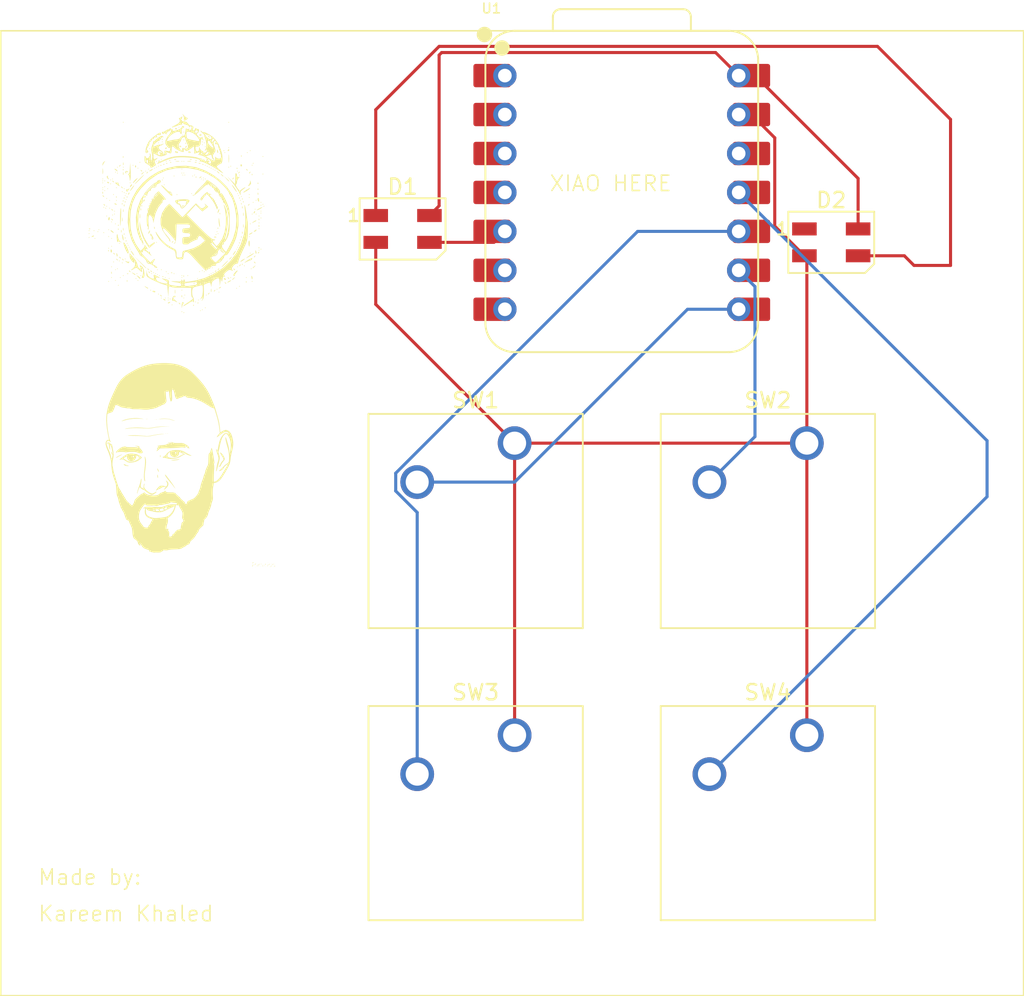
<source format=kicad_pcb>
(kicad_pcb (version 20241229) (generator "pcbnew") (generator_version "9.0")
  (layers (0 "F.Cu" signal) (2 "B.Cu" signal) (13 "F.Paste" user) (15 "B.Paste" user) (5 "F.SilkS" user "F.Silkscreen") (7 "B.SilkS" user "B.Silkscreen") (1 "F.Mask" user) (3 "B.Mask" user) (25 "Edge.Cuts" user))
  (net 0 "")
  (net 1 "GND")
  (net 2 "Net-(D1-DOUT)")
  (net 3 "+5V")
  (net 4 "Net-(D1-DIN)")
  (net 6 "Net-(U1-GPIO3{slash}MOSI)")
  (net 7 "Net-(U1-GPIO4{slash}MISO)")
  (net 8 "Net-(U1-GPIO2{slash}SCK)")
  (net 9 "Net-(U1-GPIO1{slash}RX)")
  (footprint "logos:benzo" (layer "F.Cu") (at 168 86.5)
    (property "Reference" "G***" (hide yes))
    (property "Value" "LOGO" (hide yes))
  )
  (footprint "logos:madrid" (layer "F.Cu") (at 169 70.5)
    (property "Reference" "G***" (hide yes))
    (property "Value" "LOGO" (hide yes))
  )
  (footprint "Button_Switch_Keyboard:SW_Cherry_MX_1.00u_PCB" (layer "F.Cu") (at 190.65875 104.4575)
    (property "Reference" "SW3" (at -2.54 -2.794 0) (layer "F.SilkS"))
    (property "Value" "SW_Push")
    (pad "" np_thru_hole circle (at -7.62 5.08) (size 1.7 1.7) (drill 1.7) (layers "*.Cu" "*.Mask"))
    (pad "" np_thru_hole circle (at -2.54 5.08) (size 4 4) (drill 4) (layers "*.Cu" "*.Mask"))
    (pad "" np_thru_hole circle (at 2.54 5.08) (size 1.7 1.7) (drill 1.7) (layers "*.Cu" "*.Mask"))
    (pad "1" thru_hole circle (at 0 0) (size 2.2 2.2) (drill 1.5) (layers "*.Cu" "*.Mask") (net 1 "GND"))
    (pad "2" thru_hole circle (at -6.35 2.54) (size 2.2 2.2) (drill 1.5) (layers "*.Cu" "*.Mask") (net 7 "Net-(U1-GPIO4{slash}MISO)"))
  )
  (footprint "LED_SMD:LED_SK6812MINI_PLCC4_3.5x3.5mm_P1.75mm" (layer "F.Cu") (at 211.3 72.3125)
    (property "Reference" "D2" (at 0 -2.75 0) (layer "F.SilkS"))
    (property "Value" "SK6812MINI")
    (fp_text user "1" (at -3.2 -0.875 0) (layer "F.SilkS") (effects (font (size 0.8 0.8))))
    (pad "1" smd rect (at -1.75 -0.875) (size 1.6 0.85) (layers "F.Cu" "F.Mask" "F.Paste"))
    (pad "2" smd rect (at -1.75 0.875) (size 1.6 0.85) (layers "F.Cu" "F.Mask" "F.Paste") (net 1 "GND"))
    (pad "3" smd rect (at 1.75 0.875) (size 1.6 0.85) (layers "F.Cu" "F.Mask" "F.Paste") (net 2 "Net-(D1-DOUT)"))
    (pad "4" smd rect (at 1.75 -0.875) (size 1.6 0.85) (layers "F.Cu" "F.Mask" "F.Paste") (net 3 "+5V"))
  )
  (footprint "Button_Switch_Keyboard:SW_Cherry_MX_1.00u_PCB" (layer "F.Cu") (at 209.70875 85.4075)
    (property "Reference" "SW2" (at -2.54 -2.794 0) (layer "F.SilkS"))
    (property "Value" "SW_Push")
    (pad "" np_thru_hole circle (at -7.62 5.08) (size 1.7 1.7) (drill 1.7) (layers "*.Cu" "*.Mask"))
    (pad "" np_thru_hole circle (at -2.54 5.08) (size 4 4) (drill 4) (layers "*.Cu" "*.Mask"))
    (pad "" np_thru_hole circle (at 2.54 5.08) (size 1.7 1.7) (drill 1.7) (layers "*.Cu" "*.Mask"))
    (pad "1" thru_hole circle (at 0 0) (size 2.2 2.2) (drill 1.5) (layers "*.Cu" "*.Mask") (net 1 "GND"))
    (pad "2" thru_hole circle (at -6.35 2.54) (size 2.2 2.2) (drill 1.5) (layers "*.Cu" "*.Mask") (net 8 "Net-(U1-GPIO2{slash}SCK)"))
  )
  (footprint "XIOA:XIAO-RP2040-DIP" (layer "F.Cu") (at 197.64375 69.05625)
    (property "Reference" "U1" (at -8.5 -12 0) (layer "F.SilkS") (effects (font (size 0.635 0.635) (thickness 0.1016))))
    (property "Value" "XIAO-RP2040-DIP")
    (pad "1" smd roundrect (at -8.455 -7.62 180) (size 2.432 1.524) (layers "F.Cu" "F.Mask") (roundrect_rratio 0.1))
    (pad "1" thru_hole circle (at -7.62 -7.62 180) (size 1.524 1.524) (drill 0.889) (layers "*.Cu" "*.Mask"))
    (pad "2" smd roundrect (at -8.455 -5.08 180) (size 2.432 1.524) (layers "F.Cu" "F.Mask") (roundrect_rratio 0.1))
    (pad "2" thru_hole circle (at -7.62 -5.08 180) (size 1.524 1.524) (drill 0.889) (layers "*.Cu" "*.Mask"))
    (pad "3" smd roundrect (at -8.455 -2.54 180) (size 2.432 1.524) (layers "F.Cu" "F.Mask") (roundrect_rratio 0.1))
    (pad "3" thru_hole circle (at -7.62 -2.54 180) (size 1.524 1.524) (drill 0.889) (layers "*.Cu" "*.Mask"))
    (pad "4" smd roundrect (at -8.455 0 180) (size 2.432 1.524) (layers "F.Cu" "F.Mask") (roundrect_rratio 0.1))
    (pad "4" thru_hole circle (at -7.62 0 180) (size 1.524 1.524) (drill 0.889) (layers "*.Cu" "*.Mask"))
    (pad "5" smd roundrect (at -8.455 2.54 180) (size 2.432 1.524) (layers "F.Cu" "F.Mask") (roundrect_rratio 0.1) (net 4 "Net-(D1-DIN)"))
    (pad "5" thru_hole circle (at -7.62 2.54 180) (size 1.524 1.524) (drill 0.889) (layers "*.Cu" "*.Mask") (net 4 "Net-(D1-DIN)"))
    (pad "6" smd roundrect (at -8.455 5.08 180) (size 2.432 1.524) (layers "F.Cu" "F.Mask") (roundrect_rratio 0.1))
    (pad "6" thru_hole circle (at -7.62 5.08 180) (size 1.524 1.524) (drill 0.889) (layers "*.Cu" "*.Mask"))
    (pad "7" smd roundrect (at -8.455 7.62 180) (size 2.432 1.524) (layers "F.Cu" "F.Mask") (roundrect_rratio 0.1))
    (pad "7" thru_hole circle (at -7.62 7.62 180) (size 1.524 1.524) (drill 0.889) (layers "*.Cu" "*.Mask"))
    (pad "8" thru_hole circle (at 7.62 7.62) (size 1.524 1.524) (drill 0.889) (layers "*.Cu" "*.Mask") (net 9 "Net-(U1-GPIO1{slash}RX)"))
    (pad "8" smd roundrect (at 8.455 7.62) (size 2.432 1.524) (layers "F.Cu" "F.Mask") (roundrect_rratio 0.1) (net 9 "Net-(U1-GPIO1{slash}RX)"))
    (pad "9" thru_hole circle (at 7.62 5.08) (size 1.524 1.524) (drill 0.889) (layers "*.Cu" "*.Mask") (net 8 "Net-(U1-GPIO2{slash}SCK)"))
    (pad "9" smd roundrect (at 8.455 5.08) (size 2.432 1.524) (layers "F.Cu" "F.Mask") (roundrect_rratio 0.1) (net 8 "Net-(U1-GPIO2{slash}SCK)"))
    (pad "10" thru_hole circle (at 7.62 2.54) (size 1.524 1.524) (drill 0.889) (layers "*.Cu" "*.Mask") (net 7 "Net-(U1-GPIO4{slash}MISO)"))
    (pad "10" smd roundrect (at 8.455 2.54) (size 2.432 1.524) (layers "F.Cu" "F.Mask") (roundrect_rratio 0.1) (net 7 "Net-(U1-GPIO4{slash}MISO)"))
    (pad "11" thru_hole circle (at 7.62 0) (size 1.524 1.524) (drill 0.889) (layers "*.Cu" "*.Mask") (net 6 "Net-(U1-GPIO3{slash}MOSI)"))
    (pad "11" smd roundrect (at 8.455 0) (size 2.432 1.524) (layers "F.Cu" "F.Mask") (roundrect_rratio 0.1) (net 6 "Net-(U1-GPIO3{slash}MOSI)"))
    (pad "12" thru_hole circle (at 7.62 -2.54) (size 1.524 1.524) (drill 0.889) (layers "*.Cu" "*.Mask"))
    (pad "12" smd roundrect (at 8.455 -2.54) (size 2.432 1.524) (layers "F.Cu" "F.Mask") (roundrect_rratio 0.1))
    (pad "13" thru_hole circle (at 7.62 -5.08) (size 1.524 1.524) (drill 0.889) (layers "*.Cu" "*.Mask") (net 1 "GND"))
    (pad "13" smd roundrect (at 8.455 -5.08) (size 2.432 1.524) (layers "F.Cu" "F.Mask") (roundrect_rratio 0.1) (net 1 "GND"))
    (pad "14" thru_hole circle (at 7.62 -7.62) (size 1.524 1.524) (drill 0.889) (layers "*.Cu" "*.Mask") (net 3 "+5V"))
    (pad "14" smd roundrect (at 8.455 -7.62) (size 2.432 1.524) (layers "F.Cu" "F.Mask") (roundrect_rratio 0.1) (net 3 "+5V"))
  )
  (footprint "Button_Switch_Keyboard:SW_Cherry_MX_1.00u_PCB" (layer "F.Cu") (at 190.65875 85.4075)
    (property "Reference" "SW1" (at -2.54 -2.794 0) (layer "F.SilkS"))
    (property "Value" "SW_Push")
    (pad "" np_thru_hole circle (at -7.62 5.08) (size 1.7 1.7) (drill 1.7) (layers "*.Cu" "*.Mask"))
    (pad "" np_thru_hole circle (at -2.54 5.08) (size 4 4) (drill 4) (layers "*.Cu" "*.Mask"))
    (pad "" np_thru_hole circle (at 2.54 5.08) (size 1.7 1.7) (drill 1.7) (layers "*.Cu" "*.Mask"))
    (pad "1" thru_hole circle (at 0 0) (size 2.2 2.2) (drill 1.5) (layers "*.Cu" "*.Mask") (net 1 "GND"))
    (pad "2" thru_hole circle (at -6.35 2.54) (size 2.2 2.2) (drill 1.5) (layers "*.Cu" "*.Mask") (net 9 "Net-(U1-GPIO1{slash}RX)"))
  )
  (footprint "LED_SMD:LED_SK6812MINI_PLCC4_3.5x3.5mm_P1.75mm" (layer "F.Cu") (at 183.35625 71.4375)
    (property "Reference" "D1" (at 0 -2.75 0) (layer "F.SilkS"))
    (property "Value" "SK6812MINI")
    (fp_text user "1" (at -3.2 -0.875 0) (layer "F.SilkS") (effects (font (size 0.8 0.8))))
    (pad "1" smd rect (at -1.75 -0.875) (size 1.6 0.85) (layers "F.Cu" "F.Mask" "F.Paste") (net 2 "Net-(D1-DOUT)"))
    (pad "2" smd rect (at -1.75 0.875) (size 1.6 0.85) (layers "F.Cu" "F.Mask" "F.Paste") (net 1 "GND"))
    (pad "3" smd rect (at 1.75 0.875) (size 1.6 0.85) (layers "F.Cu" "F.Mask" "F.Paste") (net 4 "Net-(D1-DIN)"))
    (pad "4" smd rect (at 1.75 -0.875) (size 1.6 0.85) (layers "F.Cu" "F.Mask" "F.Paste") (net 3 "+5V"))
  )
  (footprint "Button_Switch_Keyboard:SW_Cherry_MX_1.00u_PCB" (layer "F.Cu") (at 209.70875 104.4575)
    (property "Reference" "SW4" (at -2.54 -2.794 0) (layer "F.SilkS"))
    (property "Value" "SW_Push")
    (pad "" np_thru_hole circle (at -7.62 5.08) (size 1.7 1.7) (drill 1.7) (layers "*.Cu" "*.Mask"))
    (pad "" np_thru_hole circle (at -2.54 5.08) (size 4 4) (drill 4) (layers "*.Cu" "*.Mask"))
    (pad "" np_thru_hole circle (at 2.54 5.08) (size 1.7 1.7) (drill 1.7) (layers "*.Cu" "*.Mask"))
    (pad "1" thru_hole circle (at 0 0) (size 2.2 2.2) (drill 1.5) (layers "*.Cu" "*.Mask") (net 1 "GND"))
    (pad "2" thru_hole circle (at -6.35 2.54) (size 2.2 2.2) (drill 1.5) (layers "*.Cu" "*.Mask") (net 6 "Net-(U1-GPIO3{slash}MOSI)"))
  )
  (gr_rect (start 157.1625 58.51525) (end 223.8375 121.44375) (stroke (width 0.1)) (fill no) (layer "F.SilkS"))
  (gr_text "Kareem Khaled" (at 159.54375 116.68125 0) (layer "F.SilkS") (effects (font (size 1 1) (thickness 0.1)) (justify left bottom)))
  (gr_text "XIAO HERE" (at 192.88125 69.05625 0) (layer "F.SilkS") (effects (font (size 1 1) (thickness 0.1)) (justify left bottom)))
  (gr_text "Made by:" (at 159.54375 114.3 0) (layer "F.SilkS") (effects (font (size 1 1) (thickness 0.1)) (justify left bottom)))
  (segment (start 209.70875 85.4075) (end 209.70875 104.4575) (width 0.2) (layer "F.Cu") (net 1))
  (segment (start 207.61575 65.49325) (end 206.09875 63.97625) (width 0.2) (layer "F.Cu") (net 1))
  (segment (start 190.65875 85.4075) (end 209.70875 85.4075) (width 0.2) (layer "F.Cu") (net 1))
  (segment (start 190.65875 85.4075) (end 181.60625 76.355) (width 0.2) (layer "F.Cu") (net 1))
  (segment (start 190.65875 85.4075) (end 190.65875 104.4575) (width 0.2) (layer "F.Cu") (net 1))
  (segment (start 181.60625 76.355) (end 181.60625 72.3125) (width 0.2) (layer "F.Cu") (net 1))
  (segment (start 207.61575 71.25325) (end 207.61575 65.49325) (width 0.2) (layer "F.Cu") (net 1))
  (segment (start 209.55 73.1875) (end 207.61575 71.25325) (width 0.2) (layer "F.Cu") (net 1))
  (segment (start 209.70875 85.4075) (end 209.70875 73.34625) (width 0.2) (layer "F.Cu") (net 1))
  (segment (start 209.70875 73.34625) (end 209.55 73.1875) (width 0.2) (layer "F.Cu") (net 1))
  (segment (start 219.075 73.81875) (end 216.69375 73.81875) (width 0.2) (layer "F.Cu") (net 2))
  (segment (start 181.60625 70.5625) (end 181.60625 63.6625) (width 0.2) (layer "F.Cu") (net 2))
  (segment (start 185.7375 59.53125) (end 214.3125 59.53125) (width 0.2) (layer "F.Cu") (net 2))
  (segment (start 216.0625 73.1875) (end 213.05 73.1875) (width 0.2) (layer "F.Cu") (net 2))
  (segment (start 216.69375 73.81875) (end 216.0625 73.1875) (width 0.2) (layer "F.Cu") (net 2))
  (segment (start 214.3125 59.53125) (end 219.075 64.29375) (width 0.2) (layer "F.Cu") (net 2))
  (segment (start 219.075 64.29375) (end 219.075 73.81875) (width 0.2) (layer "F.Cu") (net 2))
  (segment (start 181.60625 63.6625) (end 185.7375 59.53125) (width 0.2) (layer "F.Cu") (net 2))
  (segment (start 213.05 68.14487) (end 206.34138 61.43625) (width 0.2) (layer "F.Cu") (net 3))
  (segment (start 185.7375 69.93125) (end 185.7375 60.09835) (width 0.2) (layer "F.Cu") (net 3))
  (segment (start 213.05 71.4375) (end 213.05 68.14487) (width 0.2) (layer "F.Cu") (net 3))
  (segment (start 203.75975 59.93225) (end 205.26375 61.43625) (width 0.2) (layer "F.Cu") (net 3))
  (segment (start 185.9036 59.93225) (end 203.75975 59.93225) (width 0.2) (layer "F.Cu") (net 3))
  (segment (start 185.7375 60.09835) (end 185.9036 59.93225) (width 0.2) (layer "F.Cu") (net 3))
  (segment (start 185.10625 70.5625) (end 185.7375 69.93125) (width 0.2) (layer "F.Cu") (net 3))
  (segment (start 206.34138 61.43625) (end 206.09875 61.43625) (width 0.2) (layer "F.Cu") (net 3))
  (segment (start 189.3075 72.3125) (end 190.02375 71.59625) (width 0.2) (layer "F.Cu") (net 4))
  (segment (start 185.10625 72.3125) (end 189.3075 72.3125) (width 0.2) (layer "F.Cu") (net 4))
  (segment (start 221.45625 85.24875) (end 205.26375 69.05625) (width 0.2) (layer "B.Cu") (net 6))
  (segment (start 203.35875 106.9975) (end 221.45625 88.9) (width 0.2) (layer "B.Cu") (net 6))
  (segment (start 221.45625 88.9) (end 221.45625 85.24875) (width 0.2) (layer "B.Cu") (net 6))
  (segment (start 182.90775 87.367186) (end 198.678686 71.59625) (width 0.2) (layer "B.Cu") (net 7))
  (segment (start 184.30875 89.928814) (end 182.90775 88.527814) (width 0.2) (layer "B.Cu") (net 7))
  (segment (start 184.30875 106.9975) (end 184.30875 89.928814) (width 0.2) (layer "B.Cu") (net 7))
  (segment (start 198.678686 71.59625) (end 205.26375 71.59625) (width 0.2) (layer "B.Cu") (net 7))
  (segment (start 182.90775 88.527814) (end 182.90775 87.367186) (width 0.2) (layer "B.Cu") (net 7))
  (segment (start 203.35875 87.9475) (end 206.32675 84.9795) (width 0.2) (layer "B.Cu") (net 8))
  (segment (start 206.32675 84.9795) (end 206.32675 75.19925) (width 0.2) (layer "B.Cu") (net 8))
  (segment (start 206.32675 75.19925) (end 205.26375 74.13625) (width 0.2) (layer "B.Cu") (net 8))
  (segment (start 184.30875 87.9475) (end 190.65875 87.9475) (width 0.2) (layer "B.Cu") (net 9))
  (segment (start 190.65875 87.9475) (end 201.93 76.67625) (width 0.2) (layer "B.Cu") (net 9))
  (segment (start 201.93 76.67625) (end 205.26375 76.67625) (width 0.2) (layer "B.Cu") (net 9))
)
</source>
